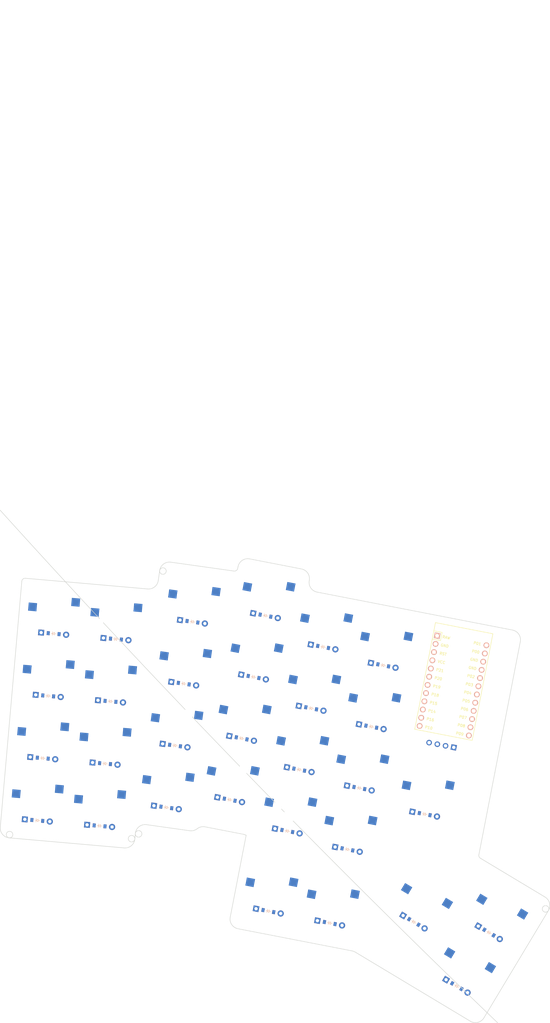
<source format=kicad_pcb>
(kicad_pcb (version 20240108) (generator "pcbnew") (generator_version "8.0")
  (title_block (title "left") (rev "v1.0.0") (company "Unknown"))
  (layers (0 "F.Cu" signal) (31 "B.Cu" signal) (34 "B.Paste" user) (35 "F.Paste" user) (36 "B.SilkS" user "B.Silkscreen") (37 "F.SilkS" user "F.Silkscreen") (38 "B.Mask" user) (39 "F.Mask" user) (44 "Edge.Cuts" user))
  (net 0 "")
  (net 1 "pinky2_bottom")
  (net 2 "pinky2_home")
  (net 3 "pinky2_top")
  (net 4 "pinky2_upper")
  (net 5 "pinky_bottom")
  (net 6 "pinky_home")
  (net 7 "pinky_top")
  (net 8 "pinky_upper")
  (net 9 "ring_bottom")
  (net 10 "ring_home")
  (net 11 "ring_top")
  (net 12 "ring_upper")
  (net 13 "middle_bottom")
  (net 14 "middle_home")
  (net 15 "middle_top")
  (net 16 "middle_upper")
  (net 17 "index_bottom")
  (net 18 "index_home")
  (net 19 "index_top")
  (net 20 "index_upper")
  (net 21 "inner_bottom")
  (net 22 "inner_home")
  (net 23 "inner_top")
  (net 24 "inner_upper")
  (net 25 "inner2_bottom")
  (net 26 "nearer_thumb2")
  (net 27 "near_thumb2")
  (net 28 "home_thumb2")
  (net 29 "far_thumb2")
  (net 30 "far_thumb")
  (net 31 "RAW")
  (net 32 "GND")
  (net 33 "RST")
  (net 34 "VCC")
  (net 35 "P21")
  (net 36 "P20")
  (net 37 "P19")
  (net 38 "P18")
  (net 39 "P15")
  (net 40 "P14")
  (net 41 "P16")
  (net 42 "P10")
  (net 43 "P1")
  (net 44 "P0")
  (net 45 "P2")
  (net 46 "P3")
  (net 47 "P4")
  (net 48 "P5")
  (net 49 "P6")
  (net 50 "P7")
  (net 51 "P8")
  (net 52 "P9")
  (footprint "ComboDiode" (layer "F.Cu") (at 98.177113 100.376441 -11)
    (property "Reference" "D13" (hide yes))
    (property "Value" "" (hide yes))
    (pad "1" thru_hole rect (at -3.81 0 349) (size 1.778 1.778) (drill 0.9906) (layers "*.Cu" "*.Mask"))
    (pad "1" smd rect (at -1.65 0 349) (size 0.9 1.2) (layers "F.Cu" "F.Paste" "F.Mask"))
    (pad "1" smd rect (at -1.65 0 349) (size 0.9 1.2) (layers "B.Cu" "B.Paste" "B.Mask"))
    (pad "2" smd rect (at 1.65 0 349) (size 0.9 1.2) (layers "F.Cu" "F.Paste" "F.Mask") (net 13 "middle_bottom"))
    (pad "2" smd rect (at 1.65 0 349) (size 0.9 1.2) (layers "B.Cu" "B.Paste" "B.Mask") (net 13 "middle_bottom"))
    (pad "2" thru_hole circle (at 3.81 0 349) (size 1.905 1.905) (drill 0.9906) (layers "*.Cu" "*.Mask") (net 13 "middle_bottom"))
  )
  (footprint "MX" (layer "F.Cu") (at 120.262592 86.332523 -11)
    (property "Reference" "S18" (hide yes))
    (property "Value" "" (hide yes))
    (pad "" np_thru_hole circle (at -5.08 0) (size 1.7018 1.7018) (drill 1.7018) (layers "*.Cu" "*.Mask"))
    (pad "" np_thru_hole circle (at -3.81 -2.54) (size 3 3) (drill 3) (layers "*.Cu" "*.Mask"))
    (pad "" np_thru_hole circle (at 0 0) (size 3.9878 3.9878) (drill 3.9878) (layers "*.Cu" "*.Mask"))
    (pad "" np_thru_hole circle (at 2.54 -5.08) (size 3 3) (drill 3) (layers "*.Cu" "*.Mask"))
    (pad "" np_thru_hole circle (at 5.08 0) (size 1.7018 1.7018) (drill 1.7018) (layers "*.Cu" "*.Mask"))
    (pad "1" smd rect (at -7.085 -2.54 349) (size 2.55 2.5) (layers "B.Cu" "B.Paste" "B.Mask"))
    (pad "2" smd rect (at 5.842 -5.08 349) (size 2.55 2.5) (layers "B.Cu" "B.Paste" "B.Mask") (net 18 "index_home"))
  )
  (footprint "ComboDiode" (layer "F.Cu") (at 86.857201 46.281417 -8)
    (property "Reference" "D12" (hide yes))
    (property "Value" "" (hide yes))
    (pad "1" thru_hole rect (at -3.81 -0.000001 352) (size 1.778 1.778) (drill 0.9906) (layers "*.Cu" "*.Mask"))
    (pad "1" smd rect (at -1.65 0 352) (size 0.9 1.2) (layers "F.Cu" "F.Paste" "F.Mask"))
    (pad "1" smd rect (at -1.65 0 352) (size 0.9 1.2) (layers "B.Cu" "B.Paste" "B.Mask"))
    (pad "2" smd rect (at 1.65 0 352) (size 0.9 1.2) (layers "F.Cu" "F.Paste" "F.Mask") (net 12 "ring_upper"))
    (pad "2" smd rect (at 1.65 0 352) (size 0.9 1.2) (layers "B.Cu" "B.Paste" "B.Mask") (net 12 "ring_upper"))
    (pad "2" thru_hole circle (at 3.81 0.000001 352) (size 1.905 1.905) (drill 0.9906) (layers "*.Cu" "*.Mask") (net 12 "ring_upper"))
  )
  (footprint "MX" (layer "F.Cu") (at 106.3819 58.166472 -11)
    (property "Reference" "S15" (hide yes))
    (property "Value" "" (hide yes))
    (pad "" np_thru_hole circle (at -5.08 0) (size 1.7018 1.7018) (drill 1.7018) (layers "*.Cu" "*.Mask"))
    (pad "" np_thru_hole circle (at -3.81 -2.54) (size 3 3) (drill 3) (layers "*.Cu" "*.Mask"))
    (pad "" np_thru_hole circle (at 0 0) (size 3.9878 3.9878) (drill 3.9878) (layers "*.Cu" "*.Mask"))
    (pad "" np_thru_hole circle (at 2.54 -5.08) (size 3 3) (drill 3) (layers "*.Cu" "*.Mask"))
    (pad "" np_thru_hole circle (at 5.08 0) (size 1.7018 1.7018) (drill 1.7018) (layers "*.Cu" "*.Mask"))
    (pad "1" smd rect (at -7.085 -2.54 349) (size 2.55 2.5) (layers "B.Cu" "B.Paste" "B.Mask"))
    (pad "2" smd rect (at 5.842 -5.08 349) (size 2.55 2.5) (layers "B.Cu" "B.Paste" "B.Mask") (net 15 "middle_top"))
  )
  (footprint "ComboDiode" (layer "F.Cu") (at 133.952475 115.480201 -11)
    (property "Reference" "D21" (hide yes))
    (property "Value" "" (hide yes))
    (pad "1" thru_hole rect (at -3.81 0 349) (size 1.778 1.778) (drill 0.9906) (layers "*.Cu" "*.Mask"))
    (pad "1" smd rect (at -1.65 0 349) (size 0.9 1.2) (layers "F.Cu" "F.Paste" "F.Mask"))
    (pad "1" smd rect (at -1.65 0 349) (size 0.9 1.2) (layers "B.Cu" "B.Paste" "B.Mask"))
    (pad "2" smd rect (at 1.65 0 349) (size 0.9 1.2) (layers "F.Cu" "F.Paste" "F.Mask") (net 21 "inner_bottom"))
    (pad "2" smd rect (at 1.65 0 349) (size 0.9 1.2) (layers "B.Cu" "B.Paste" "B.Mask") (net 21 "inner_bottom"))
    (pad "2" thru_hole circle (at 3.81 0 349) (size 1.905 1.905) (drill 0.9906) (layers "*.Cu" "*.Mask") (net 21 "inner_bottom"))
  )
  (footprint "ComboDiode" (layer "F.Cu") (at 109.053226 44.423692 -11)
    (property "Reference" "D16" (hide yes))
    (property "Value" "" (hide yes))
    (pad "1" thru_hole rect (at -3.81 0 349) (size 1.778 1.778) (drill 0.9906) (layers "*.Cu" "*.Mask"))
    (pad "1" smd rect (at -1.65 0 349) (size 0.9 1.2) (layers "F.Cu" "F.Paste" "F.Mask"))
    (pad "1" smd rect (at -1.65 0 349) (size 0.9 1.2) (layers "B.Cu" "B.Paste" "B.Mask"))
    (pad "2" smd rect (at 1.65 0 349) (size 0.9 1.2) (layers "F.Cu" "F.Paste" "F.Mask") (net 16 "middle_upper"))
    (pad "2" smd rect (at 1.65 0 349) (size 0.9 1.2) (layers "B.Cu" "B.Paste" "B.Mask") (net 16 "middle_upper"))
    (pad "2" thru_hole circle (at 3.81 0 349) (size 1.905 1.905) (drill 0.9906) (layers "*.Cu" "*.Mask") (net 16 "middle_upper"))
  )
  (footprint "MX" (layer "F.Cu") (at 158.382825 99.854646 -11)
    (property "Reference" "S25" (hide yes))
    (property "Value" "" (hide yes))
    (pad "" np_thru_hole circle (at -5.08 0) (size 1.7018 1.7018) (drill 1.7018) (layers "*.Cu" "*.Mask"))
    (pad "" np_thru_hole circle (at -3.81 -2.54) (size 3 3) (drill 3) (layers "*.Cu" "*.Mask"))
    (pad "" np_thru_hole circle (at 0 0) (size 3.9878 3.9878) (drill 3.9878) (layers "*.Cu" "*.Mask"))
    (pad "" np_thru_hole circle (at 2.54 -5.08) (size 3 3) (drill 3) (layers "*.Cu" "*.Mask"))
    (pad "" np_thru_hole circle (at 5.08 0) (size 1.7018 1.7018) (drill 1.7018) (layers "*.Cu" "*.Mask"))
    (pad "1" smd rect (at -7.085 -2.54 349) (size 2.55 2.5) (layers "B.Cu" "B.Paste" "B.Mask"))
    (pad "2" smd rect (at 5.842 -5.08 349) (size 2.55 2.5) (layers "B.Cu" "B.Paste" "B.Mask") (net 25 "inner2_bottom"))
  )
  (footprint "ComboDiode" (layer "F.Cu") (at 43.026485 68.821757 -5)
    (property "Reference" "D3" (hide yes))
    (property "Value" "" (hide yes))
    (pad "1" thru_hole rect (at -3.81 0 355) (size 1.778 1.778) (drill 0.9906) (layers "*.Cu" "*.Mask"))
    (pad "1" smd rect (at -1.65 0 355) (size 0.9 1.2) (layers "F.Cu" "F.Paste" "F.Mask"))
    (pad "1" smd rect (at -1.65 0 355) (size 0.9 1.2) (layers "B.Cu" "B.Paste" "B.Mask"))
    (pad "2" smd rect (at 1.65 0 355) (size 0.9 1.2) (layers "F.Cu" "F.Paste" "F.Mask") (net 3 "pinky2_top"))
    (pad "2" smd rect (at 1.65 0 355) (size 0.9 1.2) (layers "B.Cu" "B.Paste" "B.Mask") (net 3 "pinky2_top"))
    (pad "2" thru_hole circle (at 3.81 0 355) (size 1.905 1.905) (drill 0.9906) (layers "*.Cu" "*.Mask") (net 3 "pinky2_top"))
  )
  (footprint "ComboDiode" (layer "F.Cu") (at 157.42878 104.762782 -11)
    (property "Reference" "D25" (hide yes))
    (property "Value" "" (hide yes))
    (pad "1" thru_hole rect (at -3.81 0 349) (size 1.778 1.778) (drill 0.9906) (layers "*.Cu" "*.Mask"))
    (pad "1" smd rect (at -1.65 0 349) (size 0.9 1.2) (layers "F.Cu" "F.Paste" "F.Mask"))
    (pad "1" smd rect (at -1.65 0 349) (size 0.9 1.2) (layers "B.Cu" "B.Paste" "B.Mask"))
    (pad "2" smd rect (at 1.65 0 349) (size 0.9 1.2) (layers "F.Cu" "F.Paste" "F.Mask") (net 25 "inner2_bottom"))
    (pad "2" smd rect (at 1.65 0 349) (size 0.9 1.2) (layers "B.Cu" "B.Paste" "B.Mask") (net 25 "inner2_bottom"))
    (pad "2" thru_hole circle (at 3.81 0 349) (size 1.905 1.905) (drill 0.9906) (layers "*.Cu" "*.Mask") (net 25 "inner2_bottom"))
  )
  (footprint "MX" (layer "F.Cu") (at 79.6202 97.775357 -8)
    (property "Reference" "S9" (hide yes))
    (property "Value" "" (hide yes))
    (pad "" np_thru_hole circle (at -5.08 0) (size 1.7018 1.7018) (drill 1.7018) (layers "*.Cu" "*.Mask"))
    (pad "" np_thru_hole circle (at -3.81 -2.54) (size 3 3) (drill 3) (layers "*.Cu" "*.Mask"))
    (pad "" np_thru_hole circle (at 0 0) (size 3.9878 3.9878) (drill 3.9878) (layers "*.Cu" "*.Mask"))
    (pad "" np_thru_hole circle (at 2.54 -5.08) (size 3 3) (drill 3) (layers "*.Cu" "*.Mask"))
    (pad "" np_thru_hole circle (at 5.08 0) (size 1.7018 1.7018) (drill 1.7018) (layers "*.Cu" "*.Mask"))
    (pad "1" smd rect (at -7.085 -2.54 352) (size 2.55 2.5) (layers "B.Cu" "B.Paste" "B.Mask"))
    (pad "2" smd rect (at 5.842 -5.08 352) (size 2.55 2.5) (layers "B.Cu" "B.Paste" "B.Mask") (net 9 "ring_bottom"))
  )
  (footprint "ComboDiode" (layer "F.Cu") (at 119.308547 91.240659 -11)
    (property "Reference" "D18" (hide yes))
    (property "Value" "" (hide yes))
    (pad "1" thru_hole rect (at -3.81 0 349) (size 1.778 1.778) (drill 0.9906) (layers "*.Cu" "*.Mask"))
    (pad "1" smd rect (at -1.65 0 349) (size 0.9 1.2) (layers "F.Cu" "F.Paste" "F.Mask"))
    (pad "1" smd rect (at -1.65 0 349) (size 0.9 1.2) (layers "B.Cu" "B.Paste" "B.Mask"))
    (pad "2" smd rect (at 1.65 0 349) (size 0.9 1.2) (layers "F.Cu" "F.Paste" "F.Mask") (net 18 "index_home"))
    (pad "2" smd rect (at 1.65 0 349) (size 0.9 1.2) (layers "B.Cu" "B.Paste" "B.Mask") (net 18 "index_home"))
    (pad "2" thru_hole circle (at 3.81 0 349) (size 1.905 1.905) (drill 0.9906) (layers "*.Cu" "*.Mask") (net 18 "index_home"))
  )
  (footprint "ComboDiode" (layer "F.Cu") (at 154.131931 137.538631 -31)
    (property "Reference" "D28" (hide yes))
    (property "Value" "" (hide yes))
    (pad "1" thru_hole rect (at -3.81 0 329) (size 1.778 1.778) (drill 0.9906) (layers "*.Cu" "*.Mask"))
    (pad "1" smd rect (at -1.65 0 329) (size 0.9 1.2) (layers "F.Cu" "F.Paste" "F.Mask"))
    (pad "1" smd rect (at -1.65 0 329) (size 0.9 1.2) (layers "B.Cu" "B.Paste" "B.Mask"))
    (pad "2" smd rect (at 1.65 0 329) (size 0.9 1.2) (layers "F.Cu" "F.Paste" "F.Mask") (net 28 "home_thumb2"))
    (pad "2" smd rect (at 1.65 0 329) (size 0.9 1.2) (layers "B.Cu" "B.Paste" "B.Mask") (net 28 "home_thumb2"))
    (pad "2" thru_hole circle (at 3.81 0 329) (size 1.905 1.905) (drill 0.9906) (layers "*.Cu" "*.Mask") (net 28 "home_thumb2"))
  )
  (footprint "ComboDiode" (layer "F.Cu") (at 122.933918 72.589743 -11)
    (property "Reference" "D19" (hide yes))
    (property "Value" "" (hide yes))
    (pad "1" thru_hole rect (at -3.81 0 349) (size 1.778 1.778) (drill 0.9906) (layers "*.Cu" "*.Mask"))
    (pad "1" smd rect (at -1.65 0 349) (size 0.9 1.2) (layers "F.Cu" "F.Paste" "F.Mask"))
    (pad "1" smd rect (at -1.65 0 349) (size 0.9 1.2) (layers "B.Cu" "B.Paste" "B.Mask"))
    (pad "2" smd rect (at 1.65 0 349) (size 0.9 1.2) (layers "F.Cu" "F.Paste" "F.Mask") (net 19 "index_top"))
    (pad "2" smd rect (at 1.65 0 349) (size 0.9 1.2) (layers "B.Cu" "B.Paste" "B.Mask") (net 19 "index_top"))
    (pad "2" thru_hole circle (at 3.81 0 349) (size 1.905 1.905) (drill 0.9906) (layers "*.Cu" "*.Mask") (net 19 "index_top"))
  )
  (footprint "MX" (layer "F.Cu") (at 179.557269 136.482848 -31)
    (property "Reference" "S30" (hide yes))
    (property "Value" "" (hide yes))
    (pad "" np_thru_hole circle (at -5.08 0) (size 1.7018 1.7018) (drill 1.7018) (layers "*.Cu" "*.Mask"))
    (pad "" np_thru_hole circle (at -3.81 -2.54) (size 3 3) (drill 3) (layers "*.Cu" "*.Mask"))
    (pad "" np_thru_hole circle (at 0 0) (size 3.9878 3.9878) (drill 3.9878) (layers "*.Cu" "*.Mask"))
    (pad "" np_thru_hole circle (at 2.54 -5.08) (size 3 3) (drill 3) (layers "*.Cu" "*.Mask"))
    (pad "" np_thru_hole circle (at 5.08 0) (size 1.7018 1.7018) (drill 1.7018) (layers "*.Cu" "*.Mask"))
    (pad "1" smd rect (at -7.085 -2.54 329) (size 2.55 2.5) (layers "B.Cu" "B.Paste" "B.Mask"))
    (pad "2" smd rect (at 5.842 -5.08 329) (size 2.55 2.5) (layers "B.Cu" "B.Paste" "B.Mask") (net 30 "far_thumb"))
  )
  (footprint "ComboDiode" (layer "F.Cu") (at 39.714566 106.677156 -5)
    (property "Reference" "D1" (hide yes))
    (property "Value" "" (hide yes))
    (pad "1" thru_hole rect (at -3.81 0 355) (size 1.778 1.778) (drill 0.9906) (layers "*.Cu" "*.Mask"))
    (pad "1" smd rect (at -1.65 0 355) (size 0.9 1.2) (layers "F.Cu" "F.Paste" "F.Mask"))
    (pad "1" smd rect (at -1.65 0 355) (size 0.9 1.2) (layers "B.Cu" "B.Paste" "B.Mask"))
    (pad "2" smd rect (at 1.65 0 355) (size 0.9 1.2) (layers "F.Cu" "F.Paste" "F.Mask") (net 1 "pinky2_bottom"))
    (pad "2" smd rect (at 1.65 0 355) (size 0.9 1.2) (layers "B.Cu" "B.Paste" "B.Mask") (net 1 "pinky2_bottom"))
    (pad "2" thru_hole circle (at 3.81 0 355) (size 1.905 1.905) (drill 0.9906) (layers "*.Cu" "*.Mask") (net 1 "pinky2_bottom"))
  )
  (footprint "MX" (layer "F.Cu") (at 142.157261 73.270232 -11)
    (property "Reference" "S23" (hide yes))
    (property "Value" "" (hide yes))
    (pad "" np_thru_hole circle (at -5.08 0) (size 1.7018 1.7018) (drill 1.7018) (layers "*.Cu" "*.Mask"))
    (pad "" np_thru_hole circle (at -3.81 -2.54) (size 3 3) (drill 3) (layers "*.Cu" "*.Mask"))
    (pad "" np_thru_hole circle (at 0 0) (size 3.9878 3.9878) (drill 3.9878) (layers "*.Cu" "*.Mask"))
    (pad "" np_thru_hole circle (at 2.54 -5.08) (size 3 3) (drill 3) (layers "*.Cu" "*.Mask"))
    (pad "" np_thru_hole circle (at 5.08 0) (size 1.7018 1.7018) (drill 1.7018) (layers "*.Cu" "*.Mask"))
    (pad "1" smd rect (at -7.085 -2.54 349) (size 2.55 2.5) (layers "B.Cu" "B.Paste" "B.Mask"))
    (pad "2" smd rect (at 5.842 -5.08 349) (size 2.55 2.5) (layers "B.Cu" "B.Paste" "B.Mask") (net 23 "inner_top"))
  )
  (footprint "ComboDiode" (layer "F.Cu") (at 109.931324 134.241446 -11)
    (property "Reference" "D26" (hide yes))
    (property "Value" "" (hide yes))
    (pad "1" thru_hole rect (at -3.81 0 349) (size 1.778 1.778) (drill 0.9906) (layers "*.Cu" "*.Mask"))
    (pad "1" smd rect (at -1.65 0 349) (size 0.9 1.2) (layers "F.Cu" "F.Paste" "F.Mask"))
    (pad "1" smd rect (at -1.65 0 349) (size 0.9 1.2) (layers "B.Cu" "B.Paste" "B.Mask"))
    (pad "2" smd rect (at 1.65 0 349) (size 0.9 1.2) (layers "F.Cu" "F.Paste" "F.Mask") (net 26 "nearer_thumb2"))
    (pad "2" smd rect (at 1.65 0 349) (size 0.9 1.2) (layers "B.Cu" "B.Paste" "B.Mask") (net 26 "nearer_thumb2"))
    (pad "2" thru_hole circle (at 3.81 0 349) (size 1.905 1.905) (drill 0.9906) (layers "*.Cu" "*.Mask") (net 26 "nearer_thumb2"))
  )
  (footprint "MX" (layer "F.Cu") (at 99.131159 95.468305 -11)
    (property "Reference" "S13" (hide yes))
    (property "Value" "" (hide yes))
    (pad "" np_thru_hole circle (at -5.08 0) (size 1.7018 1.7018) (drill 1.7018) (layers "*.Cu" "*.Mask"))
    (pad "" np_thru_hole circle (at -3.81 -2.54) (size 3 3) (drill 3) (layers "*.Cu" "*.Mask"))
    (pad "" np_thru_hole circle (at 0 0) (size 3.9878 3.9878) (drill 3.9878) (layers "*.Cu" "*.Mask"))
    (pad "" np_thru_hole circle (at 2.54 -5.08) (size 3 3) (drill 3) (layers "*.Cu" "*.Mask"))
    (pad "" np_thru_hole circle (at 5.08 0) (size 1.7018 1.7018) (drill 1.7018) (layers "*.Cu" "*.Mask"))
    (pad "1" smd rect (at -7.085 -2.54 349) (size 2.55 2.5) (layers "B.Cu" "B.Paste" "B.Mask"))
    (pad "2" smd rect (at 5.842 -5.08 349) (size 2.55 2.5) (layers "B.Cu" "B.Paste" "B.Mask") (net 13 "middle_bottom"))
  )
  (footprint "ComboDiode" (layer "F.Cu") (at 44.682444 49.894058 -5)
    (property "Reference" "D4" (hide yes))
    (property "Value" "" (hide yes))
    (pad "1" thru_hole rect (at -3.81 0 355) (size 1.778 1.778) (drill 0.9906) (layers "*.Cu" "*.Mask"))
    (pad "1" smd rect (at -1.65 0 355) (size 0.9 1.2) (layers "F.Cu" "F.Paste" "F.Mask"))
    (pad "1" smd rect (at -1.65 0 355) (size 0.9 1.2) (layers "B.Cu" "B.Paste" "B.Mask"))
    (pad "2" smd rect (at 1.65 0 355) (size 0.9 1.2) (layers "F.Cu" "F.Paste" "F.Mask") (net 4 "pinky2_upper"))
    (pad "2" smd rect (at 1.65 0 355) (size 0.9 1.2) (layers "B.Cu" "B.Paste" "B.Mask") (net 4 "pinky2_upper"))
    (pad "2" thru_hole circle (at 3.81 0 355) (size 1.905 1.905) (drill 0.9906) (layers "*.Cu" "*.Mask") (net 4 "pinky2_upper"))
  )
  (footprint "ComboDiode" (layer "F.Cu") (at 115.683176 109.891576 -11)
    (property "Reference" "D17" (hide yes))
    (property "Value" "" (hide yes))
    (pad "1" thru_hole rect (at -3.81 0 349) (size 1.778 1.778) (drill 0.9906) (layers "*.Cu" "*.Mask"))
    (pad "1" smd rect (at -1.65 0 349) (size 0.9 1.2) (layers "F.Cu" "F.Paste" "F.Mask"))
    (pad "1" smd rect (at -1.65 0 349) (size 0.9 1.2) (layers "B.Cu" "B.Paste" "B.Mask"))
    (pad "2" smd rect (at 1.65 0 349) (size 0.9 1.2) (layers "F.Cu" "F.Paste" "F.Mask") (net 17 "index_bottom"))
    (pad "2" smd rect (at 1.65 0 349) (size 0.9 1.2) (layers "B.Cu" "B.Paste" "B.Mask") (net 17 "index_bottom"))
    (pad "2" thru_hole circle (at 3.81 0 349) (size 1.905 1.905) (drill 0.9906) (layers "*.Cu" "*.Mask") (net 17 "index_bottom"))
  )
  (footprint "ComboDiode" (layer "F.Cu") (at 137.577845 96.829284 -11)
    (property "Reference" "D22" (hide yes))
    (property "Value" "" (hide yes))
    (pad "1" thru_hole rect (at -3.81 0 349) (size 1.778 1.778) (drill 0.9906) (layers "*.Cu" "*.Mask"))
    (pad "1" smd rect (at -1.65 0 349) (size 0.9 1.2) (layers "F.Cu" "F.Paste" "F.Mask"))
    (pad "1" smd rect (at -1.65 0 349) (size 0.9 1.2) (layers "B.Cu" "B.Paste" "B.Mask"))
    (pad "2" smd rect (at 1.65 0 349) (size 0.9 1.2) (layers "F.Cu" "F.Paste" "F.Mask") (net 22 "inner_home"))
    (pad "2" smd rect (at 1.65 0 349) (size 0.9 1.2) (layers "B.Cu" "B.Paste" "B.Mask") (net 22 "inner_home"))
    (pad "2" thru_hole circle (at 3.81 0 349) (size 1.905 1.905) (drill 0.9906) (layers "*.Cu" "*.Mask") (net 22 "inner_home"))
  )
  (footprint "MX" (layer "F.Cu") (at 43.462263 63.840783 -5)
    (property "Reference" "S3" (hide yes))
    (property "Value" "" (hide yes))
    (pad "" np_thru_hole circle (at -5.08 0) (size 1.7018 1.7018) (drill 1.7018) (layers "*.Cu" "*.Mask"))
    (pad "" np_thru_hole circle (at -3.81 -2.54) (size 3 3) (drill 3) (layers "*.Cu" "*.Mask"))
    (pad "" np_thru_hole circle (at 0 0) (size 3.9878 3.9878) (drill 3.9878) (layers "*.Cu" "*.Mask"))
    (pad "" np_thru_hole circle (at 2.54 -5.08) (size 3 3) (drill 3) (layers "*.Cu" "*.Mask"))
    (pad "" np_thru_hole circle (at 5.08 0) (size 1.7018 1.7018) (drill 1.7018) (layers "*.Cu" "*.Mask"))
    (pad "1" smd rect (at -7.085 -2.54 355) (size 2.55 2.5) (layers "B.Cu" "B.Paste" "B.Mask"))
    (pad "2" smd rect (at 5.842 -5.08 355) (size 2.55 2.5) (layers "B.Cu" "B.Paste" "B.Mask") (net 3 "pinky2_top"))
  )
  (footprint "MX" (layer "F.Cu") (at 59.078044 103.352141 -5)
    (property "Reference" "S5" (hide yes))
    (property "Value" "" (hide yes))
    (pad "" np_thru_hole circle (at -5.08 0) (size 1.7018 1.7018) (drill 1.7018) (layers "*.Cu" "*.Mask"))
    (pad "" np_thru_hole circle (at -3.81 -2.54) (size 3 3) (drill 3) (layers "*.Cu" "*.Mask"))
    (pad "" np_thru_hole circle (at 0 0) (size 3.9878 3.9878) (drill 3.9878) (layers "*.Cu" "*.Mask"))
    (pad "" np_thru_hole circle (at 2.54 -5.08) (size 3 3) (drill 3) (layers "*.Cu" "*.Mask"))
    (pad "" np_thru_hole circle (at 5.08 0) (size 1.7018 1.7018) (drill 1.7018) (layers "*.Cu" "*.Mask"))
    (pad "1" smd rect (at -7.085 -2.54 355) (size 2.55 2.5) (layers "B.Cu" "B.Paste" "B.Mask"))
    (pad "2" smd rect (at 5.842 -5.08 355) (size 2.55 2.5) (layers "B.Cu" "B.Paste" "B.Mask") (net 5 "pinky_bottom"))
  )
  (footprint "MX" (layer "F.Cu") (at 82.264489 78.960264 -8)
    (property "Reference" "S10" (hide yes))
    (property "Value" "" (hide yes))
    (pad "" np_thru_hole circle (at -5.08 0) (size 1.7018 1.7018) (drill 1.7018) (layers "*.Cu" "*.Mask"))
    (pad "" np_thru_hole circle (at -3.81 -2.54) (size 3 3) (drill 3) (layers "*.Cu" "*.Mask"))
    (pad "" np_thru_hole circle (at 0 0) (size 3.9878 3.9878) (drill 3.9878) (layers "*.Cu" "*.Mask"))
    (pad "" np_thru_hole circle (at 2.54 -5.08) (size 3 3) (drill 3) (layers "*.Cu" "*.Mask"))
    (pad "" np_thru_hole circle (at 5.08 0) (size 1.7018 1.7018) (drill 1.7018) (layers "*.Cu" "*.Mask"))
    (pad "1" smd rect (at -7.085 -2.54 352) (size 2.55 2.5) (layers "B.Cu" "B.Paste" "B.Mask"))
    (pad "2" smd rect (at 5.842 -5.08 352) (size 2.55 2.5) (layers "B.Cu" "B.Paste" "B.Mask") (net 10 "ring_home"))
  )
  (footprint "ComboDiode" (layer "F.Cu") (at 84.212912 65.096511 -8)
    (property "Reference" "D11" (hide yes))
    (property "Value" "" (hide yes))
    (pad "1" thru_hole rect (at -3.81 -0.000001 352) (size 1.778 1.778) (drill 0.9906) (layers "*.Cu" "*.Mask"))
    (pad "1" smd rect (at -1.65 0 352) (size 0.9 1.2) (layers "F.Cu" "F.Paste" "F.Mask"))
    (pad "1" smd rect (at -1.65 0 352) (size 0.9 1.2) (layers "B.Cu" "B.Paste" "B.Mask"))
    (pad "2" smd rect (at 1.65 0 352) (size 0.9 1.2) (layers "F.Cu" "F.Paste" "F.Mask") (net 11 "ring_top"))
    (pad "2" smd rect (at 1.65 0 352) (size 0.9 1.2) (layers "B.Cu" "B.Paste" "B.Mask") (net 11 "ring_top"))
    (pad "2" thru_hole circle (at 3.81 0.000001 352) (size 1.905 1.905) (drill 0.9906) (layers "*.Cu" "*.Mask") (net 11 "ring_top"))
  )
  (footprint "lib:OLED_headers" (layer "F.Cu") (at 156.336824 84.176193 79)
    (property "Reference" "OLED1" (hide yes))
    (property "Value" "OLED")
    (pad "1" thru_hole rect (at 1.6 9.8 349) (size 1.7 1.7) (drill 1) (layers "*.Cu" "*.Mask") (net 32 "GND"))
    (pad "2" thru_hole oval (at 1.6 7.26 349) (size 1.7 1.7) (drill 1) (layers "*.Cu" "*.Mask") (net 34 "VCC"))
    (pad "3" thru_hole oval (at 1.6 4.72 349) (size 1.7 1.7) (drill 1) (layers "*.Cu" "*.Mask") (net 46 "P3"))
    (pad "4" thru_hole oval (at 1.6 2.18 349) (size 1.7 1.7) (drill 1) (layers "*.Cu" "*.Mask") (net 45 "P2"))
  )
  (footprint "MX" (layer "F.Cu") (at 138.53189 91.921148 -11)
    (property "Reference" "S22" (hide yes))
    (property "Value" "" (hide yes))
    (pad "" np_thru_hole circle (at -5.08 0) (size 1.7018 1.7018) (drill 1.7018) (layers "*.Cu" "*.Mask"))
    (pad "" np_thru_hole circle (at -3.81 -2.54) (size 3 3) (drill 3) (layers "*.Cu" "*.Mask"))
    (pad "" np_thru_hole circle (at 0 0) (size 3.9878 3.9878) (drill 3.9878) (layers "*.Cu" "*.Mask"))
    (pad "" np_thru_hole circle (at 2.54 -5.08) (size 3 3) (drill 3) (layers "*.Cu" "*.Mask"))
    (pad "" np_thru_hole circle (at 5.08 0) (size 1.7018 1.7018) (drill 1.7018) (layers "*.Cu" "*.Mask"))
    (pad "1" smd rect (at -7.085 -2.54 349) (size 2.55 2.5) (layers "B.Cu" "B.Paste" "B.Mask"))
    (pad "2" smd rect (at 5.842 -5.08 349) (size 2.55 2.5) (layers "B.Cu" "B.Paste" "B.Mask") (net 22 "inner_home"))
  )
  (footprint "MX" (layer "F.Cu") (at 41.806304 82.768483 -5)
    (property "Reference" "S2" (hide yes))
    (property "Value" "" (hide yes))
    (pad "" np_thru_hole circle (at -5.08 0) (size 1.7018 1.7018) (drill 1.7018) (layers "*.Cu" "*.Mask"))
    (pad "" np_thru_hole circle (at -3.81 -2.54) (size 3 3) (drill 3) (layers "*.Cu" "*.Mask"))
    (pad "" np_thru_hole circle (at 0 0) (size 3.9878 3.9878) (drill 3.9878) (layers "*.Cu" "*.Mask"))
    (pad "" np_thru_hole circle (at 2.54 -5.08) (size 3 3) (drill 3) (layers "*.Cu" "*.Mask"))
    (pad "" np_thru_hole circle (at 5.08 0) (size 1.7018 1.7018) (drill 1.7018) (layers "*.Cu" "*.Mask"))
    (pad "1" smd rect (at -7.085 -2.54 355) (size 2.55 2.5) (layers "B.Cu" "B.Paste" "B.Mask"))
    (pad "2" smd rect (at 5.842 -5.08 355) (size 2.55 2.5) (layers "B.Cu" "B.Paste" "B.Mask") (net 2 "pinky2_home"))
  )
  (footprint "MX" (layer "F.Cu") (at 60.734003 84.424442 -5)
    (property "Reference" "S6" (hide yes))
    (property "Value" "" (hide yes))
    (pad "" np_thru_hole circle (at -5.08 0) (size 1.7018 1.7018) (drill 1.7018) (layers "*.Cu" "*.Mask"))
    (pad "" np_thru_hole circle (at -3.81 -2.54) (size 3 3) (drill 3) (layers "*.Cu" "*.Mask"))
    (pad "" np_thru_hole circle (at 0 0) (size 3.9878 3.9878) (drill 3.9878) (layers "*.Cu" "*.Mask"))
    (pad "" np_thru_hole circle (at 2.54 -5.08) (size 3 3) (drill 3) (layers "*.Cu" "*.Mask"))
    (pad "" np_thru_hole circle (at 5.08 0) (size 1.7018 1.7018) (drill 1.7018) (layers "*.Cu" "*.Mask"))
    (pad "1" smd rect (at -7.085 -2.54 355) (size 2.55 2.5) (layers "B.Cu" "B.Paste" "B.Mask"))
    (pad "2" smd rect (at 5.842 -5.08 355) (size 2.55 2.5) (layers "B.Cu" "B.Paste" "B.Mask") (net 6 "pinky_home"))
  )
  (footprint "ComboDiode" (layer "F.Cu") (at 101.802484 81.725525 -11)
    (property "Reference" "D14" (hide yes))
    (property "Value" "" (hide yes))
    (pad "1" thru_hole rect (at -3.81 0 349) (size 1.778 1.778) (drill 0.9906) (layers "*.Cu" "*.Mask"))
    (pad "1" smd rect (at -1.65 0 349) (size 0.9 1.2) (layers "F.Cu" "F.Paste" "F.Mask"))
    (pad "1" smd rect (at -1.65 0 349) (size 0.9 1.2) (layers "B.Cu" "B.Paste" "B.Mask"))
    (pad "2" smd rect (at 1.65 0 349) (size 0.9 1.2) (layers "F.Cu" "F.Paste" "F.Mask") (net 14 "middle_home"))
    (pad "2" smd rect (at 1.65 0 349) (size 0.9 1.2) (layers "B.Cu" "B.Paste" "B.Mask") (net 14 "middle_home"))
    (pad "2" thru_hole circle (at 3.81 0 349) (size 1.905 1.905) (drill 0.9906) (layers "*.Cu" "*.Mask") (net 14 "middle_home"))
  )
  (footprint "ComboDiode" (layer "F.Cu") (at 81.568623 83.911604 -8)
    (property "Reference" "D10" (hide yes))
    (property "Value" "" (hide yes))
    (pad "1" thru_hole rect (at -3.81 -0.000001 352) (size 1.778 1.778) (drill 0.9906) (layers "*.Cu" "*.Mask"))
    (pad "1" smd rect (at -1.65 0 352) (size 0.9 1.2) (layers "F.Cu" "F.Paste" "F.Mask"))
    (pad "1" smd rect (at -1.65 0 352) (size 0.9 1.2) (layers "B.Cu" "B.Paste" "B.Mask"))
    (pad "2" smd rect (at 1.65 0 352) (size 0.9 1.2) (layers "F.Cu" "F.Paste" "F.Mask") (net 10 "ring_home"))
    (pad "2" smd rect (at 1.65 0 352) (size 0.9 1.2) (layers "B.Cu" "B.Paste" "B.Mask") (net 10 "ring_home"))
    (pad "2" thru_hole circle (at 3.81 0.000001 352) (size 1.905 1.905) (drill 0.9906) (layers "*.Cu" "*.Mask") (net 10 "ring_home"))
  )
  (footprint "MX" (layer "F.Cu") (at 110.007271 39.515556 -11)
    (property "Reference" "S16" (hide yes))
    (property "Value" "" (hide yes))
    (pad "" np_thru_hole circle (at -5.08 0) (size 1.7018 1.7018) (drill 1.7018) (layers "*.Cu" "*.Mask"))
    (pad "" np_thru_hole circle (at -3.81 -2.54) (size 3 3) (drill 3) (layers "*.Cu" "*.Mask"))
    (pad "" np_thru_hole circle (at 0 0) (size 3.9878 3.9878) (drill 3.9878) (layers "*.Cu" "*.Mask"))
    (pad "" np_thru_hole circle (at 2.54 -5.08) (size 3 3) (drill 3) (layers "*.Cu" "*.Mask"))
    (pad "" np_thru_hole circle (at 5.08 0) (size 1.7018 1.7018) (drill 1.7018) (layers "*.Cu" "*.Mask"))
    (pad "1" smd rect (at -7.085 -2.54 349) (size 2.55 2.5) (layers "B.Cu" "B.Paste" "B.Mask"))
    (pad "2" smd rect (at 5.842 -5.08 349) (size 2.55 2.5) (layers "B.Cu" "B.Paste" "B.Mask") (net 16 "middle_upper"))
  )
  (footprint "MX" (layer "F.Cu") (at 64.045922 46.569043 -5)
    (property "Reference" "S8" (hide yes))
    (property "Value" "" (hide yes))
    (pad "" np_thru_hole circle (at -5.08 0) (size 1.7018 1.7018) (drill 1.7018) (layers "*.Cu" "*.Mask"))
    (pad "" np_thru_hole circle (at -3.81 -2.54) (size 3 3) (drill 3) (layers "*.Cu" "*.Mask"))
    (pad "" np_thru_hole circle (at 0 0) (size 3.9878 3.9878) (drill 3.9878) (layers "*.Cu" "*.Mask"))
    (pad "" np_thru_hole circle (at 2.54 -5.08) (size 3 3) (drill 3) (layers "*.Cu" "*.Mask"))
    (pad "" np_thru_hole circle (at 5.08 0) (size 1.7018 1.7018) (drill 1.7018) (layers "*.Cu" "*.Mask"))
    (pad "1" smd rect (at -7.085 -2.54 355) (size 2.55 2.5) (layers "B.Cu" "B.Paste" "B.Mask"))
    (pad "2" smd rect (at 5.842 -5.08 355) (size 2.55 2.5) (layers "B.Cu" "B.Paste" "B.Mask") (net 8 "pinky_upper"))
  )
  (footprint "ComboDiode" (layer "F.Cu") (at 41.370525 87.749456 -5)
    (property "Reference" "D2" (hide yes))
    (property "Value" "" (hide yes))
    (pad "1" thru_hole rect (at -3.81 0 355) (size 1.778 1.778) (drill 0.9906) (layers "*.Cu" "*.Mask"))
    (pad "1" smd rect (at -1.65 0 355) (size 0.9 1.2) (layers "F.Cu" "F.Paste" "F.Mask"))
    (pad "1" smd rect (at -1.65 0 355) (size 0.9 1.2) (layers "B.Cu" "B.Paste" "B.Mask"))
    (pad "2" smd rect (at 1.65 0 355) (size 0.9 1.2) (layers "F.Cu" "F.Paste" "F.Mask") (net 2 "pinky2_home"))
    (pad "2" smd rect (at 1.65 0 355) (size 0.9 1.2) (layers "B.Cu" "B.Paste" "B.Mask") (net 2 "pinky2_home"))
    (pad "2" thru_hole circle (at 3.81 0 355) (size 1.905 1.905) (drill 0.9906) (layers "*.Cu" "*.Mask") (net 2 "pinky2_home"))
  )
  (footprint "ComboDiode" (layer "F.Cu") (at 128.58224 137.866817 -11)
    (property "Reference" "D27" (hide yes))
    (property "Value" "" (hide yes))
    (pad "1" thru_hole rect (at -3.81 0 349) (size 1.778 1.778) (drill 0.9906) (layers "*.Cu" "*.Mask"))
    (pad "1" smd rect (at -1.65 0 349) (size 0.9 1.2) (layers "F.Cu" "F.Paste" "F.Mask"))
    (pad "1" smd rect (at -1.65 0 349) (size 0.9 1.2) (layers "B.Cu" "B.Paste" "B.Mask"))
    (pad "2" smd rect (at 1.65 0 349) (size 0.9 1.2) (layers "F.Cu" "F.Paste" "F.Mask") (net 27 "near_thumb2"))
    (pad "2" smd rect (at 1.65 0 349) (size 0.9 1.2) (layers "B.Cu" "B.Paste" "B.Mask") (net 27 "near_thumb2"))
    (pad "2" thru_hole circle (at 3.81 0 349) (size 1.905 1.905) (drill 0.9906) (layers "*.Cu" "*.Mask") (net 27 "near_thumb2"))
  )
  (footprint "ProMicro" (layer "F.Cu") (at 166.042767 65.688503 -101)
    (property "Reference" "MCU1" (hide yes))
    (property "Value" "" (hide yes))
    (fp_text user "P00" (at -11.43 -4.8 -11) (layer "F.SilkS") (effects (font (size 0.8 0.8))))
    (fp_text user "P14" (at 8.889999 4.8 -11) (layer "F.SilkS") (effects (font (size 0.8 0.8))))
    (fp_text user "P18" (at 3.81 4.8 -11) (layer "F.SilkS") (effects (font (size 0.8 0.8))))
    (fp_text user "RST" (at -8.89 4.800001 -11) (layer "F.SilkS") (effects (font (size 0.8 0.8))))
    (fp_text user "P21" (at -3.81 4.8 -11) (layer "F.SilkS") (effects (font (size 0.8 0.8))))
    (fp_text user "P09" (at 13.97 -4.8 -11) (layer "F.SilkS") (effects (font (size 0.8 0.8))))
    (fp_text user "P20" (at -1.27 4.8 -11) (layer "F.SilkS") (effects (font (size 0.8 0.8))))
    (fp_text user "VCC" (at -6.35 4.8 -11) (layer "F.SilkS") (effects (font (size 0.8 0.8))))
    (fp_text user "P04" (at 1.27 -4.8 -11) (layer "F.SilkS") (effects (font (size 0.8 0.8))))
    (fp_text user "P06" (at 6.35 -4.8 -11) (layer "F.SilkS") (effects (font (size 0.8 0.8))))
    (fp_text user "P07" (at 8.89 -4.800001 -11) (layer "F.SilkS") (effects (font (size 0.8 0.8))))
    (fp_text user "P15" (at 6.35 4.8 -11) (layer "F.SilkS") (effects (font (size 0.8 0.8))))
    (fp_text user "P02" (at -3.81 -4.8 -11) (layer "F.SilkS") (effects (font (size 0.8 0.8))))
    (fp_text user "P05" (at 3.81 -4.8 -11) (layer "F.SilkS") (effects (font (size 0.8 0.8))))
    (fp_text user "P08" (at 11.43 -4.8 -11) (layer "F.SilkS") (effects (font (size 0.8 0.8))))
    (fp_text user "P10" (at 13.97 4.8 -11) (layer "F.SilkS") (effects (font (size 0.8 0.8))))
    (fp_text user "P01" (at -13.97 -4.8 -11) (layer "F.SilkS") (effects (font (size 0.8 0.8))))
    (fp_text user "P16" (at 11.43 4.8 -11) (layer "F.SilkS") (effects (font (size 0.8 0.8))))
    (fp_text user "GND" (at -6.35 -4.8 -11) (layer "F.SilkS") (effects (font (size 0.8 0.8))))
    (fp_text user "GND" (at -8.889999 -4.8 -11) (layer "F.SilkS") (effects (font (size 0.8 0.8))))
    (fp_text user "RAW" (at -13.97 4.8 -11) (layer "F.SilkS") (effects (font (size 0.8 0.8))))
    (fp_text user "P03" (at -1.27 -4.8 -11) (layer "F.SilkS") (effects (font (size 0.8 0.8))))
    (fp_text user "GND" (at -11.43 4.8 -11) (layer "F.SilkS") (effects (font (size 0.8 0.8))))
    (fp_text user "P19" (at 1.27 4.8 -11) (layer "F.SilkS") (effects (font (size 0.8 0.8))))
    (pad "1" thru_hole rect (at -13.97 7.619999 259) (size 1.7526 1.7526) (drill 1.0922) (layers "*.Cu" "*.SilkS" "*.Mask") (net 31 "RAW"))
    (pad "2" thru_hole circle (at -11.43 7.62) (size 1.7526 1.7526) (drill 1.0922) (layers "*.Cu" "*.SilkS" "*.Mask") (net 32 "GND"))
    (pad "3" thru_hole circle (at -8.89 7.62) (size 1.7526 1.7526) (drill 1.0922) (layers "*.Cu" "*.SilkS" "*.Mask") (net 33 "RST"))
    (pad "4" thru_hole circle (at -6.35 7.62) (size 1.7526 1.7526) (drill 1.0922) (layers "*.Cu" "*.SilkS" "*.Mask") (net 34 "VCC"))
    (pad "5" thru_hole circle (at -3.81 7.62) (size 1.7526 1.7526) (drill 1.0922) (layers "*.Cu" "*.SilkS" "*.Mask") (net 35 "P21"))
    (pad "6" thru_hole circle (at -1.27 7.62) (size 1.7526 1.7526) (drill 1.0922) (layers "*.Cu" "*.SilkS" "*.Mask") (net 36 "P20"))
    (pad "7" thru_hole circle (at 1.27 7.62) (size 1.7526 1.7526) (drill 1.0922) (layers "*.Cu" "*.SilkS" "*.Mask") (net 37 "P19"))
    (pad "8" thru_hole circle (at 3.81 7.62) (size 1.7526 1.7526) (drill 1.0922) (layers "*.Cu" "*.SilkS" "*.Mask") (net 38 "P18"))
    (pad "9" thru_hole circle (at 6.35 7.62) (size 1.7526 1.7526) (drill 1.0922) (layers "*.Cu" "*.SilkS" "*.Mask") (net 39 "P15"))
    (pad "10" thru_hole circle (at 8.89 7.62) (size 1.7526 1.7526) (drill 1.0922) (layers "*.Cu" "*.SilkS" "*.Mask") (net 40 "P14"))
    (pad "11" thru_hole circle (at 11.43 7.62) (size 1.7526 1.7526) (drill 1.0922) (layers "*.Cu" "*.SilkS" "*.Mask") (net 41 "P16"))
    (pad "12" thru_hole circle (at 13.97 7.62) (size 1.7526 1.7526) (drill 1.0922) (layers "*.Cu" "*.SilkS" "*.Mask") (net 42 "P10"))
    (pad "13" thru_hole circle (at -13.97 -7.62) (size 1.7526 1.7526) (drill 1.0922) (layers "*.Cu" "*.SilkS" "*.Mask") (net 43 "P1"))
    (pad "14" thru_hole circle (at -11.43 -7.62) (size 1.7526 1.7526) (drill 1.0922) (layers "*.Cu" "*.SilkS" "*.Mask") (net 44 "P0"))
    (pad "15" thru_hole circle (at -8.89 -7.62) (size 1.7526 1.7526) (drill 1.0922) (layers "*.Cu" "*.SilkS" "*.Mask") (net 32 "GND"))
    (pad "16" thru_hole circle (at -6.35 -7.62) (size 1.7526 1.7526) (drill 1.0922) (layers "*.Cu" "*.SilkS" "*.Mask") (net 32 "GND"))
    (pad "17" thru_hole circle (at -3.81 -7.62) (size 1.7526 1.7526) (drill 1.0922) (layers "*.Cu" "*.SilkS" "*.Mask") (net 45 "P2"))
    (pad "18" thru_hole circle (at -1.27 -7.62) (size 1.7526 1.7526) (drill 1.0922) (layers "*.Cu" "*.SilkS" "*.Mask") (net 46 "P3"))
    (pad "19" thru_hole circle (at 1.27 -7.62) (size 1.7526 1.7526) (drill 1.0922) (layers "*.Cu" "*.SilkS" "*.Mask") (net 47 "P4"))
    (pad "20" thru_hole circle (at 3.81 -7.62) (size 1.7526 1.7526) (drill 1.0922) (layers "*.Cu" "*.SilkS" "*.Mask") (net 48 "P5"))
    (pad "21" thru_hole circle (at 6.35 -7.62) (size 1.7526 1.7526) (drill 1.0922) (layers "*.Cu" "*.SilkS" "*.Mask") (net 49 "P6"))
    (pad "22" thru_hole circle (at 8.89 -7.62) (size 1.7526 1.7526) (drill 1.0922) (layers "*.Cu" "*.SilkS" "*.Mask") (net 50 "P7"))
    (pad "23" thru_hole circle (at 11.43 -7.62) (size 1.7526 1.7526) (drill 1.0922) (layers "*.Cu" "*.SilkS" "*.Mask") (net 51 "P8"))
    (pad "24" thru_hole circle (at 13.97 -7.619999) (size 1.7526 1.7526) (drill 1.0922) (layers "*.Cu" "*.SilkS" "*.Mask") (net 52 "P9"))
  )
  (footprint "MX" (layer "F.Cu") (at 110.885369 129.33331 -11)
    (property "Reference" "S26" (hide yes))
    (property "Value" "" (hide yes))
    (pad "" np_thru_hole circle (at -5.08 0) (size 1.7018 1.7018) (drill 1.7018) (layers "*.Cu" "*.Mask"))
    (pad "" np_thru_hole circle (at -3.81 -2.54) (size 3 3) (drill 3) (layers "*.Cu" "*.Mask"))
    (pad "" np_thru_hole circle (at 0 0) (size 3.9878 3.9878) (drill 3.9878) (layers "*.Cu" "*.Mask"))
    (pad "" np_thru_hole circle (at 2.54 -5.08) (size 3 3) (drill 3) (layers "*.Cu" "*.Mask"))
    (pad "" np_thru_hole circle (at 5.08 0) (size 1.7018 1.7018) (drill 1.7018) (layers "*.Cu" "*.Mask"))
    (pad "1" smd rect (at -7.085 -2.54 349) (size 2.55 2.5) (layers "B.Cu" "B.Paste" "B.Mask"))
    (pad "2" smd rect (at 5.842 -5.08 349) (size 2.55 2.5) (layers "B.Cu" "B.Paste" "B.Mask") (net 26 "nearer_thumb2"))
  )
  (footprint "MX" (layer "F.Cu") (at 123.887963 67.681607 -11)
    (property "Reference" "S19" (hide yes))
    (property "Value" "" (hide yes))
    (pad "" np_thru_hole circle (at -5.08 0) (size 1.7018 1.7018) (drill 1.7018) (layers "*.Cu" "*.Mask"))
    (pad "" np_thru_hole circle (at -3.81 -2.54) (size 3 3) (drill 3) (layers "*.Cu" "*.Mask"))
    (pad "" np_thru_hole circle (at 0 0) (size 3.9878 3.9878) (drill 3.9878) (layers "*.Cu" "*.Mask"))
    (pad "" np_thru_hole circle (at 2.54 -5.08) (size 3 3) (drill 3) (layers "*.Cu" "*.Mask"))
    (pad "" np_thru_hole circle (at 5.08 0) (size 1.7018 1.7018) (drill 1.7018) (layers "*.Cu" "*.Mask"))
    (pad "1" smd rect (at -7.085 -2.54 349) (size 2.55 2.5) (layers "B.Cu" "B.Paste" "B.Mask"))
    (pad "2" smd rect (at 5.842 -5.08 349) (size 2.55 2.5) (layers "B.Cu" "B.Paste" "B.Mask") (net 19 "index_top"))
  )
  (footprint "MX" (layer "F.Cu") (at 129.536285 132.958681 -11)
    (property "Reference" "S27" (hide yes))
    (property "Value" "" (hide yes))
    (pad "" np_thru_hole circle (at -5.08 0) (size 1.7018 1.7018) (drill 1.7018) (layers "*.Cu" "*.Mask"))
    (pad "" np_thru_hole circle (at -3.81 -2.54) (size 3 3) (drill 3) (layers "*.Cu" "*.Mask"))
    (pad "" np_thru_hole circle (at 0 0) (size 3.9878 3.9878) (drill 3.9878) (layers "*.Cu" "*.Mask"))
    (pad "" np_thru_hole circle (at 2.54 -5.08) (size 3 3) (drill 3) (layers "*.Cu" "*.Mask"))
    (pad "" np_thru_hole circle (at 5.08 0) (size 1.7018 1.7018) (drill 1.7018) (layers "*.Cu" "*.Mask"))
    (pad "1" smd rect (at -7.085 -2.54 349) (size 2.55 2.5) (layers "B.Cu" "B.Paste" "B.Mask"))
    (pad "2" smd rect (at 5.842 -5.08 349) (size 2.55 2.5) (layers "B.Cu" "B.Paste" "B.Mask") (net 27 "near_thumb2"))
  )
  (footprint "MX" (layer "F.Cu") (at 87.553067 41.330077 -8)
    (property "Reference" "S12" (hide yes))
    (property "Value" "" (hide yes))
    (pad "" np_thru_hole circle (at -5.08 0) (size 1.7018 1.7018) (drill 1.7018) (layers "*.Cu" "*.Mask"))
    (pad "" np_thru_hole circle (at -3.81 -2.54) (size 3 3) (drill 3) (layers "*.Cu" "*.Mask"))
    (pad "" np_thru_hole circle (at 0 0) (size 3.9878 3.9878) (drill 3.9878) (layers "*.Cu" "*.Mask"))
    (pad "" np_thru_hole circle (at 2.54 -5.08) (size 3 3) (drill 3) (layers "*.Cu" "*.Mask"))
    (pad "" np_thru_hole circle (at 5.08 0) (size 1.7018 1.7018) (drill 1.7018) (layers "*.Cu" "*.Mask"))
    (pad "1" smd rect (at -7.085 -2.54 352) (size 2.55 2.5) (layers "B.Cu" "B.Paste" "B.Mask"))
    (pad "2" smd rect (at 5.842 -5.08 352) (size 2.55 2.5) (layers "B.Cu" "B.Paste" "B.Mask") (net 12 "ring_upper"))
  )
  (footprint "ComboDiode" (layer "F.Cu") (at 167.196356 157.054863 -31)
    (property "Reference" "D29" (hide yes))
    (property "Value" "" (hide yes))
    (pad "1" thru_hole rect (at -3.81 0 329) (size 1.778 1.778) (drill 0.9906) (layers "*.Cu" "*.Mask"))
    (pad "1" smd rect (at -1.65 0 329) (size 0.9 1.2) (layers "F.Cu" "F.Paste" "F.Mask"))
    (pad "1" smd rect (at -1.65 0 329) (size 0.9 1.2) (layers "B.Cu" "B.Paste" "B.Mask"))
    (pad "2" smd rect (at 1.65 0 329) (size 0.9 1.2) (layers "F.Cu" "F.Paste" "F.Mask") (net 29 "far_thumb2"))
    (pad "2" smd rect (at 1.65 0 329) (size 0.9 1.2) (layers "B.Cu" "B.Paste" "B.Mask") (net 29 "far_thumb2"))
    (pad "2" thru_hole circle (at 3.81 0 329) (size 1.905 1.905) (drill 0.9906) (layers "*.Cu" "*.Mask") (net 29 "far_thumb2"))
  )
  (footprint "ComboDiode" (layer "F.Cu") (at 61.954184 70.477716 -5)
    (property "Reference" "D7" (hide yes))
    (property "Value" "" (hide yes))
    (pad "1" thru_hole rect (at -3.81 0 355) (size 1.778 1.778) (drill 0.9906) (layers "*.Cu" "*.Mask"))
    (pad "1" smd rect (at -1.65 0 355) (size 0.9 1.2) (layers "F.Cu" "F.Paste" "F.Mask"))
    (pad "1" smd rect (at -1.65 0 355) (size 0.9 1.2) (layers "B.Cu" "B.Paste" "B.Mask"))
    (pad "2" smd rect (at 1.65 0 355) (size 0.9 1.2) (layers "F.Cu" "F.Paste" "F.Mask") (net 7 "pinky_top"))
    (pad "2" smd rect (at 1.65 0 355) (size 0.9 1.2) (layers "B.Cu" "B.Paste" "B.Mask") (net 7 "pinky_top"))
    (pad "2" thru_hole circle (at 3.81 0 355) (size 1.905 1.905) (drill 0.9906) (layers "*.Cu" "*.Mask") (net 7 "pinky_top"))
  )
  (footprint "ComboDiode" (layer "F.Cu") (at 58.642266 108.333115 -5)
    (property "Reference" "D5" (hide yes))
    (property "Value" "" (hide yes))
    (pad "1" thru_hole rect (at -3.81 0 355) (size 1.778 1.778) (drill 0.9906) (layers "*.Cu" "*.Mask"))
    (pad "1" smd rect (at -1.65 0 355) (size 0.9 1.2) (layers "F.Cu" "F.Paste" "F.Mask"))
    (pad "1" smd rect (at -1.65 0 355) (size 0.9 1.2) (layers "B.Cu" "B.Paste" "B.Mask"))
    (pad "2" smd rect (at 1.65 0 355) (size 0.9 1.2) (layers "F.Cu" "F.Paste" "F.Mask") (net 5 "pinky_bottom"))
    (pad "2" smd rect (at 1.65 0 355) (size 0.9 1.2) (layers "B.Cu" "B.Paste" "B.Mask") (net 5 "pinky_bottom"))
    (pad "2" thru_hole circle (at 3.81 0 355) (size 1.905 1.905) (drill 0.9906) (layers "*.Cu" "*.Mask") (net 5 "pinky_bottom"))
  )
  (footprint "MX" (layer "F.Cu") (at 40.150345 101.696182 -5)
    (property "Reference" "S1" (hide yes))
    (property "Value" "" (hide yes))
    (pad "" np_thru_hole circle (at -5.08 0) (size 1.7018 1.7018) (drill 1.7018) (layers "*.Cu" "*.Mask"))
    (pad "" np_thru_hole circle (at -3.81 -2.54) (size 3 3) (drill 3) (layers "*.Cu" "*.Mask"))
    (pad "" np_thru_hole circle (at 0 0) (size 3.9878 3.9878) (drill 3.9878) (layers "*.Cu" "*.Mask"))
    (pad "" np_thru_hole circle (at 2.54 -5.08) (size 3 3) (drill 3) (layers "*.Cu" "*.Mask"))
    (pad "" np_thru_hole circle (at 5.08 0) (size 1.7018 1.7018) (drill 1.7018) (layers "*.Cu" "*.Mask"))
    (pad "1" smd rect (at -7.085 -2.54 355) (size 2.55 2.5) (layers "B.Cu" "B.Paste" "B.Mask"))
    (pad "2" smd rect (at 5.842 -5.08 355) (size 2.55 2.5) (layers "B.Cu" "B.Paste" "B.Mask") (net 1 "pinky2_bottom"))
  )
  (footprint "MX" (layer "F.Cu") (at 169.771546 152.769026 -31)
    (property "Reference" "S29" (hide yes))
    (property "Value" "" (hide yes))
    (pad "" np_thru_hole circle (at -5.08 0) (size 1.7018 1.7018) (drill 1.7018) (layers "*.Cu" "*.Mask"))
    (pad "" np_thru_hole circle (at -3.81 -2.54) (size 3 3) (drill 3) (layers "*.Cu" "*.Mask"))
    (pad "" np_thru_hole circle (at 0 0) (size 3.9878 3.9878) (drill 3.9878) (layers "*.Cu" "*.Mask"))
    (pad "" np_thru_hole circle (at 2.54 -5.08) (size 3 3) (drill 3) (layers "*.Cu" "*.Mask"))
    (pad "" np_thru_hole circle (at 5.08 0) (size 1.7018 1.7018) (drill 1.7018) (layers "*.Cu" "*.Mask"))
    (pad "1" smd rect (at -7.085 -2.54 329) (size 2.55 2.5) (layers "B.Cu" "B.Paste" "B.Mask"))
    (pad "2" smd rect (at 5.842 -5.08 329) (size 2.55 2.5) (layers "B.Cu" "B.Paste" "B.Mask") (net 29 "far_thumb2"))
  )
  (footprint "MX" (layer "F.Cu") (at 62.389963 65.496742 -5)
    (property "Reference" "S7" (hide yes))
    (property "Value" "" (hide yes))
    (pad "" np_thru_hole circle (at -5.08 0) (size 1.7018 1.7018) (drill 1.7018) (layers "*.Cu" "*.Mask"))
    (pad "" np_thru_hole circle (at -3.81 -2.54) (size 3 3) (drill 3) (layers "*.Cu" "*.Mask"))
    (pad "" np_thru_hole circle (at 0 0) (size 3.9878 3.9878) (drill 3.9878) (layers "*.Cu" "*.Mask"))
    (pad "" np_thru_hole circle (at 2.54 -5.08) (size 3 3) (drill 3) (layers "*.Cu" "*.Mask"))
    (pad "" np_thru_hole circle (at 5.08 0) (size 1.7018 1.7018) (drill 1.7018) (layers "*.Cu" "*.Mask"))
    (pad "1" smd rect (at -7.085 -2.54 355) (size 2.55 2.5) (layers "B.Cu" "B.Paste" "B.Mask"))
    (pad "2" smd rect (at 5.842 -5.08 355) (size 2.55 2.5) (layers "B.Cu" "B.Paste" "B.Mask") (net 7 "pinky_top"))
  )
  (footprint "ComboDiode" (layer "F.Cu") (at 60.298225 89.405415 -5)
    (property "Reference" "D6" (hide yes))
    (property "Value" "" (hide yes))
    (pad "1" thru_hole rect (at -3.81 0 355) (size 1.778 1.778) (drill 0.9906) (layers "*.Cu" "*.Mask"))
    (pad "1" smd rect (at -1.65 0 355) (size 0.9 1.2) (layers "F.Cu" "F.Paste" "F.Mask"))
    (pad "1" smd rect (at -1.65 0 355) (size 0.9 1.2) (layers "B.Cu" "B.Paste" "B.Mask"))
    (pad "2" smd rect (at 1.65 0 355) (size 0.9 1.2) (layers "F.Cu" "F.Paste" "F.Mask") (net 6 "pinky_home"))
    (pad "2" smd rect (at 1.65 0 355) (size 0.9 1.2) (layers "B.Cu" "B.Paste" "B.Mask") (net 6 "pinky_home"))
    (pad "2" thru_hole circle (at 3.81 0 355) (size 1.905 1.905) (drill 0.9906) (layers "*.Cu" "*.Mask") (net 6 "pinky_home"))
  )
  (footprint "MX" (layer "F.Cu") (at 127.513334 49.03069 -11)
    (property "Reference" "S20" (hide yes))
    (property "Value" "" (hide yes))
    (pad "" np_thru_hole circle (at -5.08 0) (size 1.7018 1.7018) (drill 1.7018) (layers "*.Cu" "*.Mask"))
    (pad "" np_thru_hole circle (at -3.81 -2.54) (size 3 3) (drill 3) (layers "*.Cu" "*.Mask"))
    (pad "" np_thru_hole circle (at 0 0) (size 3.9878 3.9878) (drill 3.9878) (layers "*.Cu" "*.Mask"))
    (pad "" np_thru_hole circle (at 2.54 -5.08) (size 3 3) (drill 3) (layers "*.Cu" "*.Mask"))
    (pad "" np_thru_hole circle (at 5.08 0) (size 1.7018 1.7018) (drill 1.7018) (layers "*.Cu" "*.Mask"))
    (pad "1" smd rect (at -7.085 -2.54 349) (size 2.55 2.5) (layers "B.Cu" "B.Paste" "B.Mask"))
    (pad "2" smd rect (at 5.842 -5.08 349) (size 2.55 2.5) (layers "B.Cu" "B.Paste" "B.Mask") (net 20 "index_upper"))
  )
  (footprint "ComboDiode" (layer "F.Cu") (at 105.427855 63.074608 -11)
    (property "Reference" "D15" (hide yes))
    (property "Value" "" (hide yes))
    (pad "1" thru_hole rect (at -3.81 0 349) (size 1.778 1.778) (drill 0.9906) (layers "*.Cu" "*.Mask"))
    (pad "1" smd rect (at -1.65 0 349) (size 0.9 1.2) (layers "F.Cu" "F.Paste" "F.Mask"))
    (pad "1" smd rect (at -1.65 0 349) (size 0.9 1.2) (layers "B.Cu" "B.Paste" "B.Mask"))
    (pad "2" smd rect (at 1.65 0 349) (size 0.9 1.2) (layers "F.Cu" "F.Paste" "F.Mask") (net 15 "middle_top"))
    (pad "2" smd rect (at 1.65 0 349) (size 0.9 1.2) (layers "B.Cu" "B.Paste" "B.Mask") (net 15 "middle_top"))
    (pad "2" thru_hole circle (at 3.81 0 349) (size 1.905 1.905) (drill 0.9906) (layers "*.Cu" "*.Mask") (net 15 "middle_top"))
  )
  (footprint "ComboDiode" (layer "F.Cu") (at 78.924334 102.726697 -8)
    (property "Reference" "D9" (hide yes))
    (property "Value" "" (hide yes))
    (pad "1" thru_hole rect (at -3.81 -0.000001 352) (size 1.778 1.778) (drill 0.9906) (layers "*.Cu" "*.Mask"))
    (pad "1" smd rect (at -1.65 0 352) (size 0.9 1.2) (layers "F.Cu" "F.Paste" "F.Mask"))
    (pad "1" smd rect (at -1.65 0 352) (size 0.9 1.2) (layers "B.Cu" "B.Paste" "B.Mask"))
    (pad "2" smd rect (at 1.65 0 352) (size 0.9 1.2) (layers "F.Cu" "F.Paste" "F.Mask") (net 9 "ring_bottom"))
    (pad "2" smd rect (at 1.65 0 352) (size 0.9 1.2) (layers "B.Cu" "B.Paste" "B.Mask") (net 9 "ring_bottom"))
    (pad "2" thru_hole circle (at 3.81 0.000001 352) (size 1.905 1.905) (drill 0.9906) (layers "*.Cu" "*.Mask") (net 9 "ring_bottom"))
  )
  (footprint "ComboDiode" (layer "F.Cu") (at 63.610143 51.550017 -5)
    (property "Reference" "D8" (hide yes))
    (property "Value" "" (hide yes))
    (pad "1" thru_hole rect (at -3.81 0 355) (size 1.778 1.778) (drill 0.9906) (layers "*.Cu" "*.Mask"))
    (pad "1" smd rect (at -1.65 0 355) (size 0.9 1.2) (layers "F.Cu" "F.Paste" "F.Mask"))
    (pad "1" smd rect (at -1.65 0 355) (size 0.9 1.2) (layers "B.Cu" "B.Paste" "B.Mask"))
    (pad "2" smd rect (at 1.65 0 355) (size 0.9 1.2) (layers "F.Cu" "F.Paste" "F.Mask") (net 8 "pinky_upper"))
    (pad "2" smd rect (at 1.65 0 355) (size 0.9 1.2) (layers "B.Cu" "B.Paste" "B.Mask") (net 8 "pinky_upper"))
    (pad "2" thru_hole circle (at 3.81 0 355) (size 1.905 1.905) (drill 0.9906) (layers "*.Cu" "*.Mask") (net 8 "pinky_upper"))
  )
  (footprint "ComboDiode" (layer "F.Cu") (at 126.559289 53.938826 -11)
    (property "Reference" "D20" (hide yes))
    (property "Value" "" (hide yes))
    (pad "1" thru_hole rect (at -3.81 0 349) (size 1.778 1.778) (drill 0.9906) (layers "*.Cu" "*.Mask"))
    (pad "1" smd rect (at -1.65 0 349) (size 0.9 1.2) (layers "F.Cu" "F.Paste" "F.Mask"))
    (pad "1" smd rect (at -1.65 0 349) (size 0.9 1.2) (layers "B.Cu" "B.Paste" "B.Mask"))
    (pad "2" smd rect (at 1.65 0 349) (size 0.9 1.2) (layers "F.Cu" "F.Paste" "F.Mask") (net 20 "index_upper"))
    (pad "2" smd rect (at 1.65 0 349) (size 0.9 1.2) (layers "B.Cu" "B.Paste" "B.Mask") (net 20 "index_upper"))
    (pad "2" thru_hole circle (at 3.81 0 349) (size 1.905 1.905) (drill 0.9906) (layers "*.Cu" "*.Mask") (net 20 "index_upper"))
  )
  (footprint "MX" (layer "F.Cu") (at 84.908778 60.14517 -8)
    (property "Reference" "S11" (hide yes))
    (property "Value" "" (hide yes))
    (pad "" np_thru_hole circle (at -5.08 0) (size 1.7018 1.7018) (drill 1.7018) (layers "*.Cu" "*.Mask"))
    (pad "" np_thru_hole circle (at -3.81 -2.54) (size 3 3) (drill 3) (layers "*.Cu" "*.Mask"))
    (pad "" np_thru_hole circle (at 0 0) (size 3.9878 3.9878) (drill 3.9878) (layers "*.Cu" "*.Mask"))
    (pad "" np_thru_hole circle (at 2.54 -5.08) (size 3 3) (drill 3) (layers "*.Cu" "*.Mask"))
    (pad "" np_thru_hole circle (at 5.08 0) (size 1.7018 1.7018) (drill 1.7018) (layers "*.Cu" "*.Mask"))
    (pad "1" smd rect (at -7.085 -2.54 352) (size 2.55 2.5) (layers "B.Cu" "B.Paste" "B.Mask"))
    (pad "2" smd rect (at 5.842 -5.08 352) (size 2.55 2.5) (layers "B.Cu" "B.Paste" "B.Mask") (net 11 "ring_top"))
  )
  (footprint "MX" (layer "F.Cu") (at 116.637221 104.98344 -11)
    (property "Reference" "S17" (hide yes))
    (property "Value" "" (hide yes))
    (pad "" np_thru_hole circle (at -5.08 0) (size 1.7018 1.7018) (drill 1.7018) (layers "*.Cu" "*.Mask"))
    (pad "" np_thru_hole circle (at -3.81 -2.54) (size 3 3) (drill 3) (layers "*.Cu" "*.Mask"))
    (pad "" np_thru_hole circle (at 0 0) (size 3.9878 3.9878) (drill 3.9878) (layers "*.Cu" "*.Mask"))
    (pad "" np_thru_hole circle (at 2.54 -5.08) (size 3 3) (drill 3) (layers "*.Cu" "*.Mask"))
    (pad "" np_thru_hole circle (at 5.08 0) (size 1.7018 1.7018) (drill 1.7018) (layers "*.Cu" "*.Mask"))
    (pad "1" smd rect (at -7.085 -2.54 349) (size 2.55 2.5) (layers "B.Cu" "B.Paste" "B.Mask"))
    (pad "2" smd rect (at 5.842 -5.08 349) (size 2.55 2.5) (layers "B.Cu" "B.Paste" "B.Mask") (net 17 "index_bottom"))
  )
  (footprint "ComboDiode" (layer "F.Cu") (at 144.828587 59.527451 -11)
    (property "Reference" "D24" (hide yes))
    (property "Value" "" (hide yes))
    (pad "1" thru_hole rect (at -3.81 0 349) (size 1.778 1.778) (drill 0.9906) (layers "*.Cu" "*.Mask"))
    (pad "1" smd rect (at -1.65 0 349) (size 0.9 1.2) (layers "F.Cu" "F.Paste" "F.Mask"))
    (pad "1" smd rect (at -1.65 0 349) (size 0.9 1.2) (layers "B.Cu" "B.Paste" "B.Mask"))
    (pad "2" smd rect (at 1.65 0 349) (size 0.9 1.2) (layers "F.Cu" "F.Paste" "F.Mask") (net 24 "inner_upper"))
    (pad "2" smd rect (at 1.65 0 349) (size 0.9 1.2) (layers "B.Cu" "B.Paste" "B.Mask") (net 24 "inner_upper"))
    (pad "2" thru_hole circle (at 3.81 0 349) (size 1.905 1.905) (drill 0.9906) (layers "*.Cu" "*.Mask") (net 24 "inner_upper"))
  )
  (footprint "MX" (layer "F.Cu") (at 45.118222 44.913084 -5)
    (property "Reference" "S4" (hide yes))
    (property "Value" "" (hide yes))
    (pad "" np_thru_hole circle (at -5.08 0) (size 1.7018 1.7018) (drill 1.7018) (layers "*.Cu" "*.Mask"))
    (pad "" np_thru_hole circle (at -3.81 -2.54) (size 3 3) (drill 3) (layers "*.Cu" "*.Mask"))
    (pad "" np_thru_hole circle (at 0 0) (size 3.9878 3.9878) (drill 3.9878) (layers "*.Cu" "*.Mask"))
    (pad "" np_thru_hole circle (at 2.54 -5.08) (size 3 3) (drill 3) (layers "*.Cu" "*.Mask"))
    (pad "" np_thru_hole circle (at 5.08 0) (size 1.7018 1.7018) (drill 1.7018) (layers "*.Cu" "*.Mask"))
    (pad "1" smd rect (at -7.085 -2.54 355) (size 2.55 2.5) (layers "B.Cu" "B.Paste" "B.Mask"))
    (pad "2" smd rect (at 5.842 -5.08 355) (size 2.55 2.5) (layers "B.Cu" "B.Paste" "B.Mask") (net 4 "pinky2_upper"))
  )
  (footprint "ComboDiode" (layer "F.Cu") (at 176.982079 140.768684 -31)
    (property "Reference" "D30" (hide yes))
    (property "Value" "" (hide yes))
    (pad "1" thru_hole rect (at -3.81 0 329) (size 1.778 1.778) (drill 0.9906) (layers "*.Cu" "*.Mask"))
    (pad "1" smd rect (at -1.65 0 329) (size 0.9 1.2) (layers "F.Cu" "F.Paste" "F.Mask"))
    (pad "1" smd rect (at -1.65 0 329) (size 0.9 1.2) (layers "B.Cu" "B.Paste" "B.Mask"))
    (pad "2" smd rect (at 1.65 0 329) (size 0.9 1.2) (layers "F.Cu" "F.Paste" "F.Mask") (net 30 "far_thumb"))
    (pad "2" smd rect (at 1.65 0 329) (size 0.9 1.2) (layers "B.Cu" "B.Paste" "B.Mask") (net 30 "far_thumb"))
    (pad "2" thru_hole circle (at 3.81 0 329) (size 1.905 1.905) (drill 0.9906) (layers "*.Cu" "*.Mask") (net 30 "far_thumb"))
  )
  (footprint "ComboDiode" (layer "F.Cu") (at 141.203216 78.178368 -11)
    (property "Reference" "D23" (hide yes))
    (property "Value" "" (hide yes))
    (pad "1" thru_hole rect (at -3.81 0 349) (size 1.778 1.778) (drill 0.9906) (layers "*.Cu" "*.Mask"))
    (pad "1" smd rect (at -1.65 0 349) (size 0.9 1.2) (layers "F.Cu" "F.Paste" "F.Mask"))
    (pad "1" smd rect (at -1.65 0 349) (size 0.9 1.2) (layers "B.Cu" "B.Paste" "B.Mask"))
    (pad "2" smd rect (at 1.65 0 349) (size 0.9 1.2) (layers "F.Cu" "F.Paste" "F.Mask") (net 23 "inner_top"))
    (pad "2" smd rect (at 1.65 0 349) (size 0.9 1.2) (layers "B.Cu" "B.Paste" "B.Mask") (net 23 "inner_top"))
    (pad "2" thru_hole circle (at 3.81 0 349) (size 1.905 1.905) (drill 0.9906) (layers "*.Cu" "*.Mask") (net 23 "inner_top"))
  )
  (footprint "MX" (layer "F.Cu") (at 102.756529 76.817389 -11)
    (property "Reference" "S14" (hide yes))
    (property "Value" "" (hide yes))
    (pad "" np_thru_hole circle (at -5.08 0) (size 1.7018 1.7018) (drill 1.7018) (layers "*.Cu" "*.Mask"))
    (pad "" np_thru_hole circle (at -3.81 -2.54) (size 3 3) (drill 3) (layers "*.Cu" "*.Mask"))
    (pad "" np_thru_hole circle (at 0 0) (size 3.9878 3.9878) (drill 3.9878) (layers "*.Cu" "*.Mask"))
    (pad "" np_thru_hole circle (at 2.54 -5.08) (size 3 3) (drill 3) (layers "*.Cu" "*.Mask"))
    (pad "" np_thru_hole circle (at 5.08 0) (size 1.7018 1.7018) (drill 1.7018) (layers "*.Cu" "*.Mask"))
    (pad "1" smd rect (at -7.085 -2.54 349) (size 2.55 2.5) (layers "B.Cu" "B.Paste" "B.Mask"))
    (pad "2" smd rect (at 5.842 -5.08 349) (size 2.55 2.5) (layers "B.Cu" "B.Paste" "B.Mask") (net 14 "middle_home"))
  )
  (footprint "MX" (layer "F.Cu") (at 145.782632 54.619315 -11)
    (property "Reference" "S24" (hide yes))
    (property "Value" "" (hide yes))
    (pad "" np_thru_hole circle (at -5.08 0) (size 1.7018 1.7018) (drill 1.7018) (layers "*.Cu" "*.Mask"))
    (pad "" np_thru_hole circle (at -3.81 -2.54) (size 3 3) (drill 3) (layers "*.Cu" "*.Mask"))
    (pad "" np_thru_hole circle (at 0 0) (size 3.9878 3.9878) (drill 3.9878) (layers "*.Cu" "*.Mask"))
    (pad "" np_thru_hole circle (at 2.54 -5.08) (size 3 3) (drill 3) (layers "*.Cu" "*.Mask"))
    (pad "" np_thru_hole circle (at 5.08 0) (size 1.7018 1.7018) (drill 1.7018) (layers "*.Cu" "*.Mask"))
    (pad "1" smd rect (at -7.085 -2.54 349) (size 2.55 2.5) (layers "B.Cu" "B.Paste" "B.Mask"))
    (pad "2" smd rect (at 5.842 -5.08 349) (size 2.55 2.5) (layers "B.Cu" "B.Paste" "B.Mask") (net 24 "inner_upper"))
  )
  (footprint "MX" (layer "F.Cu") (at 156.707122 133.252794 -31)
    (property "Reference" "S28" (hide yes))
    (property "Value" "" (hide yes))
    (pad "" np_thru_hole circle (at -5.08 0) (size 1.7018 1.7018) (drill 1.7018) (layers "*.Cu" "*.Mask"))
    (pad "" np_thru_hole circle (at -3.81 -2.54) (size 3 3) (drill 3) (layers "*.Cu" "*.Mask"))
    (pad "" np_thru_hole circle (at 0 0) (size 3.9878 3.9878) (drill 3.9878) (layers "*.Cu" "*.Mask"))
    (pad "" np_thru_hole circle (at 2.54 -5.08) (size 3 3) (drill 3) (layers "*.Cu" "*.Mask"))
    (pad "" np_thru_hole circle (at 5.08 0) (size 1.7018 1.7018) (drill 1.7018) (layers "*.Cu" "*.Mask"))
    (pad "1" smd rect (at -7.085 -2.54 329) (size 2.55 2.5) (layers "B.Cu" "B.Paste" "B.Mask"))
    (pad "2" smd rect (at 5.842 -5.08 329) (size 2.55 2.5) (layers "B.Cu" "B.Paste" "B.Mask") (net 28 "home_thumb2"))
  )
  (footprint "MX" (layer "F.Cu") (at 134.90652 110.572065 -11)
    (property "Reference" "S21" (hide yes))
    (property "Value" "" (hide yes))
    (pad "" np_thru_hole circle (at -5.08 0) (size 1.7018 1.7018) (drill 1.7018) (layers "*.Cu" "*.Mask"))
    (pad "" np_thru_hole circle (at -3.81 -2.54) (size 3 3) (drill 3) (layers "*.Cu" "*.Mask"))
    (pad "" np_thru_hole circle (at 0 0) (size 3.9878 3.9878) (drill 3.9878) (layers "*.Cu" "*.Mask"))
    (pad "" np_thru_hole circle (at 2.54 -5.08) (size 3 3) (drill 3) (layers "*.Cu" "*.Mask"))
    (pad "" np_thru_hole circle (at 5.08 0) (size 1.7018 1.7018) (drill 1.7018) (layers "*.Cu" "*.Mask"))
    (pad "1" smd rect (at -7.085 -2.54 349) (size 2.55 2.5) (layers "B.Cu" "B.Paste" "B.Mask"))
    (pad "2" smd rect (at 5.842 -5.08 349) (size 2.55 2.5) (layers "B.Cu" "B.Paste" "B.Mask") (net 21 "inner_bottom"))
  )
  (gr_arc (start 31.194991 111.979804) (mid 31.369301 109.987414) (end 31.194991 111.979804) (stroke (width 0.15)) (layer "Edge.Cuts"))
  (gr_line (start 175.430764 166.698294) (end 184.727201 151.226424) (stroke (width 0.15)) (layer "Edge.Cuts"))
  (gr_arc (start 186.501361 125.459879) (mid 186.50183 125.460161) (end 186.5023 125.460443) (stroke (width 0.15)) (layer "Edge.Cuts"))
  (gr_arc (start 101.78498 118.370455) (mid 101.785054 118.370075) (end 101.785128 118.369695) (stroke (width 0.15)) (layer "Edge.Cuts"))
  (gr_arc (start 194.001575 129.966462) (mid 195.367348 131.812198) (end 195.027963 134.083078) (stroke (width 0.15)) (layer "Edge.Cuts"))
  (gr_line (start 136.353463 146.718183) (end 171.314148 167.724682) (stroke (width 0.15)) (layer "Edge.Cuts"))
  (gr_arc (start 69.361666 112.307495) (mid 68.301445 114.344161) (end 66.111615 115.034612) (stroke (width 0.15)) (layer "Edge.Cuts"))
  (gr_line (start 184.7276 151.22576) (end 195.027963 134.083078) (stroke (width 0.15)) (layer "Edge.Cuts"))
  (gr_arc (start 184.121852 48.802919) (mid 186.036538 50.070222) (end 186.494307 52.320228) (stroke (width 0.15)) (layer "Edge.Cuts"))
  (gr_line (start 119.988499 30.224358) (end 104.233382 27.161874) (stroke (width 0.15)) (layer "Edge.Cuts"))
  (gr_line (start 101.785128 118.369695) (end 101.78498 118.370456) (stroke (width 0.15)) (layer "Edge.Cuts"))
  (gr_line (start 178.757002 92.125211) (end 186.494307 52.320228) (stroke (width 0.15)) (layer "Edge.Cuts"))
  (gr_arc (start 69.361666 112.307496) (mid 67.369276 112.133184) (end 69.361666 112.307496) (stroke (width 0.15)) (layer "Edge.Cuts"))
  (gr_arc (start 88.293505 109.206053) (mid 87.224418 109.737508) (end 86.032718 109.809926) (stroke (width 0.15)) (layer "Edge.Cuts"))
  (gr_arc (start 76.90113 30.71935) (mid 78.06649 28.740963) (end 80.289454 28.166066) (stroke (width 0.15)) (layer "Edge.Cuts"))
  (gr_arc (start 100.713332 139.606134) (mid 98.798647 138.338831) (end 98.340878 136.088826) (stroke (width 0.15)) (layer "Edge.Cuts"))
  (gr_line (start 31.194991 111.979804) (end 66.111615 115.034612) (stroke (width 0.15)) (layer "Edge.Cuts"))
  (gr_line (start 124.733408 37.258976) (end 184.121852 48.80292) (stroke (width 0.15)) (layer "Edge.Cuts"))
  (gr_arc (start 119.988499 30.224359) (mid 121.903184 31.491662) (end 122.360953 33.741667) (stroke (width 0.15)) (layer "Edge.Cuts"))
  (gr_line (start 72.910588 107.965731) (end 86.032718 109.809926) (stroke (width 0.15)) (layer "Edge.Cuts"))
  (gr_arc (start 135.380776 146.344803) (mid 135.883453 146.488943) (end 136.353463 146.718183) (stroke (width 0.15)) (layer "Edge.Cuts"))
  (gr_line (start 194.001575 129.966462) (end 186.5023 125.460443) (stroke (width 0.15)) (layer "Edge.Cuts"))
  (gr_line (start 103.181711 111.184897) (end 101.785128 118.369695) (stroke (width 0.15)) (layer "Edge.Cuts"))
  (gr_line (start 100.713333 139.606135) (end 116.468449 142.668619) (stroke (width 0.15)) (layer "Edge.Cuts"))
  (gr_line (start 178.756854 92.125971) (end 178.757002 92.125211) (stroke (width 0.15)) (layer "Edge.Cuts"))
  (gr_line (start 28.467874 108.729753) (end 35.008912 33.96534) (stroke (width 0.15)) (layer "Edge.Cuts"))
  (gr_arc (start 88.293505 109.206053) (mid 89.438729 108.655325) (end 90.7092 108.628103) (stroke (width 0.15)) (layer "Edge.Cuts"))
  (gr_arc (start 102.349156 110.890681) (mid 102.776318 111.00699) (end 103.181711 111.184897) (stroke (width 0.15)) (layer "Edge.Cuts"))
  (gr_line (start 122.360953 33.741667) (end 122.360953 33.741667) (stroke (width 0.15)) (layer "Edge.Cuts"))
  (gr_arc (start 73.001276 36.285421) (mid 73.062086 36.291366) (end 73.122762 36.298548) (stroke (width 0.15)) (layer "Edge.Cuts"))
  (gr_line (start 36.092263 33.056301) (end 73.001276 36.285421) (stroke (width 0.15)) (layer "Edge.Cuts"))
  (gr_line (start 100.716074 29.534329) (end 100.612852 30.065356) (stroke (width 0.15)) (layer "Edge.Cuts"))
  (gr_arc (start 116.469209 142.668767) (mid 116.468829 142.668693) (end 116.468449 142.668619) (stroke (width 0.15)) (layer "Edge.Cuts"))
  (gr_arc (start 69.504484 110.675069) (mid 70.625524 108.588711) (end 72.910588 107.965731) (stroke (width 0.15)) (layer "Edge.Cuts"))
  (gr_line (start 173.898559 117.11973) (end 178.756854 92.125971) (stroke (width 0.15)) (layer "Edge.Cuts"))
  (gr_arc (start 175.430764 166.698294) (mid 173.585028 168.064067) (end 171.314148 167.724682) (stroke (width 0.15)) (layer "Edge.Cuts"))
  (gr_line (start 69.361666 112.307496) (end 69.504485 110.675068) (stroke (width 0.15)) (layer "Edge.Cuts"))
  (gr_line (start 98.340878 136.088826) (end 101.78498 118.370456) (stroke (width 0.15)) (layer "Edge.Cuts"))
  (gr_arc (start 124.732648 37.258828) (mid 122.818506 35.991352) (end 122.360953 33.741667) (stroke (width 0.15)) (layer "Edge.Cuts"))
  (gr_arc (start 76.90113 30.719351) (mid 78.881666 30.997697) (end 76.90113 30.719351) (stroke (width 0.15)) (layer "Edge.Cuts"))
  (gr_arc (start 174.365149 118.167707) (mid 173.966641 117.717276) (end 173.898559 117.11973) (stroke (width 0.15)) (layer "Edge.Cuts"))
  (gr_arc (start 184.7276 151.22576) (mid 184.727401 151.226092) (end 184.727201 151.226424) (stroke (width 0.15)) (layer "Edge.Cuts"))
  (gr_line (start 174.365149 118.167707) (end 186.501361 125.459879) (stroke (width 0.15)) (layer "Edge.Cuts"))
  (gr_line (start 90.7092 108.628103) (end 102.349157 110.890681) (stroke (width 0.15)) (layer "Edge.Cuts"))
  (gr_arc (start 100.716073 29.534329) (mid 101.983376 27.619643) (end 104.233382 27.161874) (stroke (width 0.15)) (layer "Edge.Cuts"))
  (gr_line (start 76.47652 33.74061) (end 76.90113 30.719351) (stroke (width 0.15)) (layer "Edge.Cuts"))
  (gr_arc (start 100.612852 30.065356) (mid 100.211928 30.688662) (end 99.492052 30.864815) (stroke (width 0.15)) (layer "Edge.Cuts"))
  (gr_line (start 116.469209 142.668767) (end 135.380776 146.344803) (stroke (width 0.15)) (layer "Edge.Cuts"))
  (gr_arc (start 31.194991 111.979804) (mid 29.158325 110.919583) (end 28.467874 108.729753) (stroke (width 0.15)) (layer "Edge.Cuts"))
  (gr_line (start 99.492052 30.864815) (end 80.289454 28.166066) (stroke (width 0.15)) (layer "Edge.Cuts"))
  (gr_arc (start 195.027963 134.083078) (mid 193.313629 133.053002) (end 195.027963 134.083078) (stroke (width 0.15)) (layer "Edge.Cuts"))
  (gr_arc (start 69.504485 110.675068) (mid 71.496875 110.84938) (end 69.504485 110.675068) (stroke (width 0.15)) (layer "Edge.Cuts"))
  (gr_arc (start 35.008912 33.96534) (mid 35.362319 33.286451) (end 36.092263 33.056301) (stroke (width 0.15)) (layer "Edge.Cuts"))
  (gr_arc (start 76.47652 33.740611) (mid 75.325057 35.708462) (end 73.122762 36.298548) (stroke (width 0.15)) (layer "Edge.Cuts"))
)
</source>
